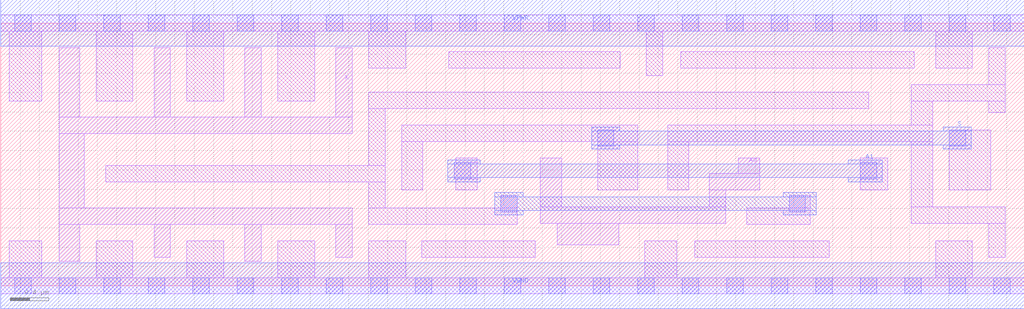
<source format=lef>
# Copyright 2020 The SkyWater PDK Authors
#
# Licensed under the Apache License, Version 2.0 (the "License");
# you may not use this file except in compliance with the License.
# You may obtain a copy of the License at
#
#     https://www.apache.org/licenses/LICENSE-2.0
#
# Unless required by applicable law or agreed to in writing, software
# distributed under the License is distributed on an "AS IS" BASIS,
# WITHOUT WARRANTIES OR CONDITIONS OF ANY KIND, either express or implied.
# See the License for the specific language governing permissions and
# limitations under the License.
#
# SPDX-License-Identifier: Apache-2.0

VERSION 5.7 ;
  NOWIREEXTENSIONATPIN ON ;
  DIVIDERCHAR "/" ;
  BUSBITCHARS "[]" ;
UNITS
  DATABASE MICRONS 200 ;
END UNITS
PROPERTYDEFINITIONS
  MACRO maskLayoutSubType STRING ;
  MACRO prCellType STRING ;
  MACRO originalViewName STRING ;
END PROPERTYDEFINITIONS
MACRO sky130_fd_sc_hdll__mux2_8
  CLASS CORE ;
  FOREIGN sky130_fd_sc_hdll__mux2_8 ;
  ORIGIN  0.000000  0.000000 ;
  SIZE  10.58000 BY  2.720000 ;
  SYMMETRY X Y R90 ;
  SITE unithd ;
  PIN A0
    ANTENNAGATEAREA  0.552000 ;
    DIRECTION INPUT ;
    USE SIGNAL ;
    PORT
      LAYER li1 ;
        RECT 5.580000 0.645000 7.495000 0.815000 ;
        RECT 5.580000 0.815000 5.800000 1.325000 ;
        RECT 5.755000 0.425000 6.390000 0.645000 ;
        RECT 7.325000 0.815000 7.495000 0.995000 ;
        RECT 7.325000 0.995000 7.845000 1.165000 ;
        RECT 7.625000 1.165000 7.845000 1.325000 ;
    END
  END A0
  PIN A1
    ANTENNAGATEAREA  0.552000 ;
    DIRECTION INPUT ;
    USE SIGNAL ;
    PORT
      LAYER met1 ;
        RECT 4.620000 1.075000 4.960000 1.120000 ;
        RECT 4.620000 1.120000 9.115000 1.260000 ;
        RECT 4.620000 1.260000 4.960000 1.305000 ;
        RECT 8.765000 1.075000 9.115000 1.120000 ;
        RECT 8.765000 1.260000 9.115000 1.305000 ;
    END
  END A1
  PIN S
    ANTENNAGATEAREA  0.829500 ;
    DIRECTION INPUT ;
    USE SIGNAL ;
    PORT
      LAYER met1 ;
        RECT 6.110000 1.415000  6.400000 1.460000 ;
        RECT 6.110000 1.460000 10.035000 1.600000 ;
        RECT 6.110000 1.600000  6.400000 1.645000 ;
        RECT 9.745000 1.415000 10.035000 1.460000 ;
        RECT 9.745000 1.600000 10.035000 1.645000 ;
    END
  END S
  PIN X
    ANTENNADIFFAREA  2.024500 ;
    DIRECTION OUTPUT ;
    USE SIGNAL ;
    PORT
      LAYER li1 ;
        RECT 0.605000 0.255000 0.815000 0.635000 ;
        RECT 0.605000 0.635000 3.635000 0.805000 ;
        RECT 0.605000 0.805000 0.865000 1.575000 ;
        RECT 0.605000 1.575000 3.635000 1.745000 ;
        RECT 0.605000 1.745000 0.815000 2.465000 ;
        RECT 1.585000 0.295000 1.755000 0.635000 ;
        RECT 1.585000 1.745000 1.755000 2.465000 ;
        RECT 2.525000 0.255000 2.695000 0.635000 ;
        RECT 2.525000 1.745000 2.695000 2.465000 ;
        RECT 3.465000 0.295000 3.635000 0.635000 ;
        RECT 3.465000 1.745000 3.635000 2.465000 ;
    END
  END X
  PIN VGND
    DIRECTION INOUT ;
    USE GROUND ;
    PORT
      LAYER met1 ;
        RECT 0.000000 -0.240000 10.580000 0.240000 ;
    END
  END VGND
  PIN VPWR
    DIRECTION INOUT ;
    USE POWER ;
    PORT
      LAYER met1 ;
        RECT 0.000000 2.480000 10.580000 2.960000 ;
    END
  END VPWR
  OBS
    LAYER li1 ;
      RECT  0.000000 -0.085000 10.580000 0.085000 ;
      RECT  0.000000  2.635000 10.580000 2.805000 ;
      RECT  0.090000  0.085000  0.425000 0.465000 ;
      RECT  0.090000  1.915000  0.425000 2.635000 ;
      RECT  0.985000  0.085000  1.365000 0.465000 ;
      RECT  0.985000  1.915000  1.365000 2.635000 ;
      RECT  1.085000  1.075000  3.975000 1.245000 ;
      RECT  1.925000  0.085000  2.305000 0.465000 ;
      RECT  1.925000  1.915000  2.305000 2.635000 ;
      RECT  2.865000  0.085000  3.245000 0.465000 ;
      RECT  2.865000  1.915000  3.245000 2.635000 ;
      RECT  3.805000  0.085000  4.185000 0.465000 ;
      RECT  3.805000  0.635000  5.340000 0.805000 ;
      RECT  3.805000  0.805000  3.975000 1.075000 ;
      RECT  3.805000  1.245000  3.975000 1.835000 ;
      RECT  3.805000  1.835000  8.975000 2.005000 ;
      RECT  3.805000  2.255000  4.185000 2.635000 ;
      RECT  4.145000  0.995000  4.365000 1.495000 ;
      RECT  4.145000  1.495000  6.585000 1.665000 ;
      RECT  4.355000  0.295000  5.525000 0.465000 ;
      RECT  4.630000  2.255000  6.405000 2.425000 ;
      RECT  4.690000  1.105000  4.925000 1.275000 ;
      RECT  4.705000  0.995000  4.925000 1.105000 ;
      RECT  4.705000  1.275000  4.925000 1.325000 ;
      RECT  5.170000  0.805000  5.340000 0.935000 ;
      RECT  6.170000  0.995000  6.585000 1.495000 ;
      RECT  6.660000  0.085000  6.990000 0.465000 ;
      RECT  6.675000  2.175000  6.845000 2.635000 ;
      RECT  6.895000  0.995000  7.115000 1.495000 ;
      RECT  6.895000  1.495000  9.635000 1.665000 ;
      RECT  7.030000  2.255000  9.445000 2.425000 ;
      RECT  7.175000  0.295000  8.565000 0.465000 ;
      RECT  7.715000  0.635000  8.370000 0.805000 ;
      RECT  8.150000  0.805000  8.370000 0.935000 ;
      RECT  8.885000  0.995000  9.170000 1.325000 ;
      RECT  9.415000  0.645000 10.385000 0.815000 ;
      RECT  9.415000  0.815000  9.635000 1.495000 ;
      RECT  9.415000  1.665000  9.635000 1.915000 ;
      RECT  9.415000  1.915000 10.385000 2.085000 ;
      RECT  9.665000  0.085000 10.045000 0.465000 ;
      RECT  9.665000  2.255000 10.045000 2.635000 ;
      RECT  9.805000  0.995000 10.235000 1.615000 ;
      RECT 10.215000  0.295000 10.385000 0.645000 ;
      RECT 10.215000  1.795000 10.385000 1.915000 ;
      RECT 10.215000  2.085000 10.385000 2.465000 ;
    LAYER mcon ;
      RECT  0.145000 -0.085000  0.315000 0.085000 ;
      RECT  0.145000  2.635000  0.315000 2.805000 ;
      RECT  0.605000 -0.085000  0.775000 0.085000 ;
      RECT  0.605000  2.635000  0.775000 2.805000 ;
      RECT  1.065000 -0.085000  1.235000 0.085000 ;
      RECT  1.065000  2.635000  1.235000 2.805000 ;
      RECT  1.525000 -0.085000  1.695000 0.085000 ;
      RECT  1.525000  2.635000  1.695000 2.805000 ;
      RECT  1.985000 -0.085000  2.155000 0.085000 ;
      RECT  1.985000  2.635000  2.155000 2.805000 ;
      RECT  2.445000 -0.085000  2.615000 0.085000 ;
      RECT  2.445000  2.635000  2.615000 2.805000 ;
      RECT  2.905000 -0.085000  3.075000 0.085000 ;
      RECT  2.905000  2.635000  3.075000 2.805000 ;
      RECT  3.365000 -0.085000  3.535000 0.085000 ;
      RECT  3.365000  2.635000  3.535000 2.805000 ;
      RECT  3.825000 -0.085000  3.995000 0.085000 ;
      RECT  3.825000  2.635000  3.995000 2.805000 ;
      RECT  4.285000 -0.085000  4.455000 0.085000 ;
      RECT  4.285000  2.635000  4.455000 2.805000 ;
      RECT  4.690000  1.105000  4.860000 1.275000 ;
      RECT  4.745000 -0.085000  4.915000 0.085000 ;
      RECT  4.745000  2.635000  4.915000 2.805000 ;
      RECT  5.170000  0.765000  5.340000 0.935000 ;
      RECT  5.205000 -0.085000  5.375000 0.085000 ;
      RECT  5.205000  2.635000  5.375000 2.805000 ;
      RECT  5.665000 -0.085000  5.835000 0.085000 ;
      RECT  5.665000  2.635000  5.835000 2.805000 ;
      RECT  6.125000 -0.085000  6.295000 0.085000 ;
      RECT  6.125000  2.635000  6.295000 2.805000 ;
      RECT  6.170000  1.445000  6.340000 1.615000 ;
      RECT  6.585000 -0.085000  6.755000 0.085000 ;
      RECT  6.585000  2.635000  6.755000 2.805000 ;
      RECT  7.045000 -0.085000  7.215000 0.085000 ;
      RECT  7.045000  2.635000  7.215000 2.805000 ;
      RECT  7.505000 -0.085000  7.675000 0.085000 ;
      RECT  7.505000  2.635000  7.675000 2.805000 ;
      RECT  7.965000 -0.085000  8.135000 0.085000 ;
      RECT  7.965000  2.635000  8.135000 2.805000 ;
      RECT  8.150000  0.765000  8.320000 0.935000 ;
      RECT  8.425000 -0.085000  8.595000 0.085000 ;
      RECT  8.425000  2.635000  8.595000 2.805000 ;
      RECT  8.885000 -0.085000  9.055000 0.085000 ;
      RECT  8.885000  1.105000  9.055000 1.275000 ;
      RECT  8.885000  2.635000  9.055000 2.805000 ;
      RECT  9.345000 -0.085000  9.515000 0.085000 ;
      RECT  9.345000  2.635000  9.515000 2.805000 ;
      RECT  9.805000 -0.085000  9.975000 0.085000 ;
      RECT  9.805000  1.445000  9.975000 1.615000 ;
      RECT  9.805000  2.635000  9.975000 2.805000 ;
      RECT 10.265000 -0.085000 10.435000 0.085000 ;
      RECT 10.265000  2.635000 10.435000 2.805000 ;
    LAYER met1 ;
      RECT 5.110000 0.735000 5.400000 0.780000 ;
      RECT 5.110000 0.780000 8.430000 0.920000 ;
      RECT 5.110000 0.920000 5.400000 0.965000 ;
      RECT 8.090000 0.735000 8.430000 0.780000 ;
      RECT 8.090000 0.920000 8.430000 0.965000 ;
  END
  PROPERTY maskLayoutSubType "abstract" ;
  PROPERTY prCellType "standard" ;
  PROPERTY originalViewName "layout" ;
END sky130_fd_sc_hdll__mux2_8
END LIBRARY

</source>
